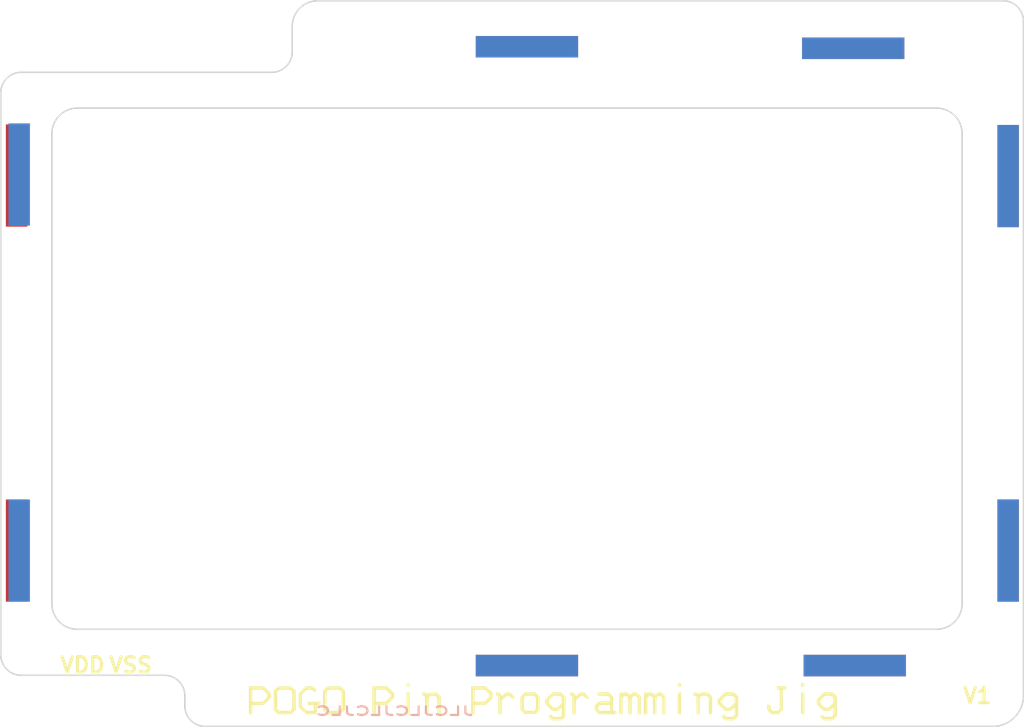
<source format=kicad_pcb>
(kicad_pcb (version 20171130) (host pcbnew 5.0.1)

  (general
    (thickness 1.6)
    (drawings 34)
    (tracks 0)
    (zones 0)
    (modules 3)
    (nets 1)
  )

  (page A4)
  (layers
    (0 F.Cu signal)
    (31 B.Cu signal)
    (32 B.Adhes user)
    (33 F.Adhes user)
    (34 B.Paste user)
    (35 F.Paste user)
    (36 B.SilkS user)
    (37 F.SilkS user)
    (38 B.Mask user)
    (39 F.Mask user hide)
    (40 Dwgs.User user)
    (41 Cmts.User user)
    (42 Eco1.User user)
    (43 Eco2.User user)
    (44 Edge.Cuts user)
    (45 Margin user)
    (46 B.CrtYd user)
    (47 F.CrtYd user)
    (48 B.Fab user)
    (49 F.Fab user)
  )

  (setup
    (last_trace_width 0.25)
    (trace_clearance 0.2)
    (zone_clearance 0.508)
    (zone_45_only no)
    (trace_min 0.2)
    (segment_width 0.15)
    (edge_width 0.15)
    (via_size 0.6)
    (via_drill 0.4)
    (via_min_size 0.4)
    (via_min_drill 0.3)
    (uvia_size 0.3)
    (uvia_drill 0.1)
    (uvias_allowed no)
    (uvia_min_size 0.2)
    (uvia_min_drill 0.1)
    (pcb_text_width 0.3)
    (pcb_text_size 1.5 1.5)
    (mod_edge_width 0.15)
    (mod_text_size 1 1)
    (mod_text_width 0.15)
    (pad_size 1.7 1.7)
    (pad_drill 1)
    (pad_to_mask_clearance 0.2)
    (solder_mask_min_width 0.25)
    (aux_axis_origin 0 0)
    (visible_elements FFFFFF7F)
    (pcbplotparams
      (layerselection 0x010f8_ffffffff)
      (usegerberextensions false)
      (usegerberattributes true)
      (usegerberadvancedattributes false)
      (creategerberjobfile false)
      (excludeedgelayer false)
      (linewidth 0.100000)
      (plotframeref false)
      (viasonmask false)
      (mode 1)
      (useauxorigin true)
      (hpglpennumber 1)
      (hpglpenspeed 20)
      (hpglpendiameter 15.000000)
      (psnegative false)
      (psa4output false)
      (plotreference true)
      (plotvalue true)
      (plotinvisibletext false)
      (padsonsilk false)
      (subtractmaskfromsilk false)
      (outputformat 1)
      (mirror false)
      (drillshape 0)
      (scaleselection 1)
      (outputdirectory "/home/william/Documents/Projects/NFCBusiness/Schematic/ProgrammingJig/gerbers/jigTop/"))
  )

  (net 0 "")

  (net_class Default "This is the default net class."
    (clearance 0.2)
    (trace_width 0.25)
    (via_dia 0.6)
    (via_drill 0.4)
    (uvia_dia 0.3)
    (uvia_drill 0.1)
  )

  (module NFCBuisness:BoardGlue-Mirror (layer F.Cu) (tedit 5C438B20) (tstamp 5C43902A)
    (at 162 122)
    (fp_text reference REF** (at -2.55 10.65) (layer F.Fab)
      (effects (font (size 1 1) (thickness 0.15)))
    )
    (fp_text value BoardGlue (at 39.95 10.65) (layer F.Fab)
      (effects (font (size 1 1) (thickness 0.15)))
    )
    (pad 8 smd rect (at -53.2 -5.2) (size 2.1 10) (layers B.Cu B.Paste B.Mask))
    (pad 7 smd rect (at -3.55 6.05 90) (size 2.1 10) (layers B.Cu B.Paste B.Mask))
    (pad 6 smd rect (at 28.5 6.05 90) (size 2.1 10) (layers B.Cu B.Paste B.Mask))
    (pad 5 smd rect (at 43.5 -5.2) (size 2.1 10) (layers B.Cu B.Paste B.Mask))
    (pad 4 smd rect (at 43.5 -41.85) (size 2.1 10) (layers B.Cu B.Paste B.Mask))
    (pad 3 smd rect (at 28.35 -54.35 90) (size 2.1 10) (layers B.Cu B.Paste B.Mask))
    (pad 2 smd rect (at -3.55 -54.5 90) (size 2.1 10) (layers B.Cu B.Paste B.Mask))
    (pad 1 smd rect (at -53.2 -42 180) (size 2.1 10) (layers B.Cu B.Paste B.Mask))
  )

  (module NFCBuisness:BoardGlue (layer F.Cu) (tedit 5C438F96) (tstamp 5C46A30B)
    (at 162 122)
    (fp_text reference REF** (at -2.55 10.65) (layer F.Fab)
      (effects (font (size 1 1) (thickness 0.15)))
    )
    (fp_text value BoardGlue (at 39.95 10.65) (layer F.Fab)
      (effects (font (size 1 1) (thickness 0.15)))
    )
    (pad 8 smd rect (at -3.55 -54.5 90) (size 2.1 10) (layers F.Cu F.Paste F.Mask))
    (pad 7 smd rect (at 28.5 6.05 90) (size 2.1 10) (layers F.Cu F.Paste F.Mask))
    (pad 6 smd rect (at -3.55 6.05 90) (size 2.1 10) (layers F.Cu F.Paste F.Mask))
    (pad 5 smd rect (at -53.45 -41.9 180) (size 2.1 10) (layers F.Cu F.Paste F.Mask))
    (pad 4 smd rect (at 28.35 -54.35 90) (size 2.1 10) (layers F.Cu F.Paste F.Mask))
    (pad 3 smd rect (at 43.5 -41.85) (size 2.1 10) (layers F.Cu F.Paste F.Mask))
    (pad 2 smd rect (at 43.5 -5.2) (size 2.1 10) (layers F.Cu F.Paste F.Mask))
    (pad 1 smd rect (at -53.45 -5.2) (size 2.1 10) (layers F.Cu F.Paste F.Mask))
  )

  (module NFCBuisness:PogoLabel (layer F.Cu) (tedit 0) (tstamp 5C46A682)
    (at 164.5 133.5)
    (fp_text reference "" (at 0 0) (layer F.SilkS)
      (effects (font (size 1.27 1.27) (thickness 0.15)))
    )
    (fp_text value "" (at 0 0) (layer F.SilkS)
      (effects (font (size 1.27 1.27) (thickness 0.15)))
    )
    (fp_poly (pts (xy 21.021054 -3.72126) (xy 21.069216 -3.692745) (xy 21.081593 -3.615348) (xy 21.082 -3.556)
      (xy 21.077927 -3.447613) (xy 21.049412 -3.399451) (xy 20.972015 -3.387074) (xy 20.912667 -3.386667)
      (xy 20.80428 -3.39074) (xy 20.756118 -3.419255) (xy 20.743741 -3.496652) (xy 20.743334 -3.556)
      (xy 20.747407 -3.664387) (xy 20.775922 -3.712549) (xy 20.853319 -3.724926) (xy 20.912667 -3.725333)
      (xy 21.021054 -3.72126)) (layer F.SilkS) (width 0.01))
    (fp_poly (pts (xy 8.956054 -3.72126) (xy 9.004216 -3.692745) (xy 9.016593 -3.615348) (xy 9.017 -3.556)
      (xy 9.012355 -3.44755) (xy 8.984875 -3.399349) (xy 8.914244 -3.38702) (xy 8.875889 -3.386667)
      (xy 8.771287 -3.394412) (xy 8.708467 -3.413222) (xy 8.706556 -3.414889) (xy 8.687184 -3.472985)
      (xy 8.678383 -3.57584) (xy 8.678334 -3.584222) (xy 8.683908 -3.674598) (xy 8.716884 -3.714765)
      (xy 8.801641 -3.72504) (xy 8.847667 -3.725333) (xy 8.956054 -3.72126)) (layer F.SilkS) (width 0.01))
    (fp_poly (pts (xy -17.579301 -3.720207) (xy -17.537142 -3.688555) (xy -17.526331 -3.605966) (xy -17.526 -3.556)
      (xy -17.530485 -3.447582) (xy -17.558181 -3.3994) (xy -17.630446 -3.387045) (xy -17.674166 -3.386667)
      (xy -17.769032 -3.391793) (xy -17.811191 -3.423446) (xy -17.822002 -3.506034) (xy -17.822333 -3.556)
      (xy -17.817848 -3.664418) (xy -17.790152 -3.7126) (xy -17.717887 -3.724955) (xy -17.674166 -3.725333)
      (xy -17.579301 -3.720207)) (layer F.SilkS) (width 0.01))
    (fp_poly (pts (xy -5.02924 -2.619855) (xy -4.826 -2.403377) (xy -4.826 -1.133584) (xy -4.999275 -0.926625)
      (xy -5.172551 -0.719667) (xy -6.296081 -0.719667) (xy -6.492374 -0.92952) (xy -6.688666 -1.139373)
      (xy -6.688666 -1.762766) (xy -6.35 -1.762766) (xy -6.348942 -1.534706) (xy -6.34424 -1.375139)
      (xy -6.333601 -1.267901) (xy -6.314732 -1.196828) (xy -6.285338 -1.145759) (xy -6.257954 -1.113979)
      (xy -6.207145 -1.067882) (xy -6.146693 -1.038979) (xy -6.056721 -1.023331) (xy -5.91735 -1.017001)
      (xy -5.763266 -1.016) (xy -5.569693 -1.01817) (xy -5.440559 -1.027152) (xy -5.355691 -1.046655)
      (xy -5.29492 -1.080387) (xy -5.262645 -1.108046) (xy -5.222483 -1.150651) (xy -5.1951 -1.200123)
      (xy -5.178062 -1.272436) (xy -5.168935 -1.383562) (xy -5.165283 -1.549475) (xy -5.164666 -1.750901)
      (xy -5.165724 -1.978961) (xy -5.170426 -2.138528) (xy -5.181065 -2.245766) (xy -5.199935 -2.316839)
      (xy -5.229328 -2.367908) (xy -5.256712 -2.399688) (xy -5.307522 -2.445785) (xy -5.367973 -2.474688)
      (xy -5.457946 -2.490336) (xy -5.597316 -2.496666) (xy -5.751401 -2.497667) (xy -5.944974 -2.495497)
      (xy -6.074108 -2.486515) (xy -6.158975 -2.467012) (xy -6.219746 -2.43328) (xy -6.252021 -2.405621)
      (xy -6.292184 -2.363016) (xy -6.319566 -2.313544) (xy -6.336604 -2.241231) (xy -6.345731 -2.130105)
      (xy -6.349383 -1.964192) (xy -6.35 -1.762766) (xy -6.688666 -1.762766) (xy -6.688666 -2.375735)
      (xy -6.253052 -2.836333) (xy -5.232481 -2.836333) (xy -5.02924 -2.619855)) (layer F.SilkS) (width 0.01))
    (fp_poly (pts (xy 21.082 -0.677333) (xy 20.932505 -0.677333) (xy 20.827584 -0.691099) (xy 20.765776 -0.72486)
      (xy 20.762382 -0.731087) (xy 20.757057 -0.787028) (xy 20.753185 -0.915222) (xy 20.750874 -1.103267)
      (xy 20.750232 -1.33876) (xy 20.751366 -1.609299) (xy 20.753128 -1.800004) (xy 20.7645 -2.815167)
      (xy 20.92325 -2.828306) (xy 21.082 -2.841444) (xy 21.082 -0.677333)) (layer F.SilkS) (width 0.01))
    (fp_poly (pts (xy 19.304 -3.259667) (xy 19.299927 -3.15128) (xy 19.271412 -3.103118) (xy 19.194015 -3.090741)
      (xy 19.134667 -3.090333) (xy 18.965334 -3.090333) (xy 18.965334 -1.069919) (xy 18.75548 -0.873626)
      (xy 18.545627 -0.677333) (xy 18.232401 -0.677333) (xy 18.065198 -0.680351) (xy 17.951421 -0.695575)
      (xy 17.859881 -0.732259) (xy 17.759391 -0.799659) (xy 17.720073 -0.82936) (xy 17.572274 -0.959377)
      (xy 17.486507 -1.088967) (xy 17.448031 -1.248293) (xy 17.441334 -1.399756) (xy 17.441334 -1.608667)
      (xy 17.78 -1.608667) (xy 17.78 -1.404379) (xy 17.800545 -1.2271) (xy 17.868577 -1.108894)
      (xy 17.993694 -1.041487) (xy 18.185493 -1.016604) (xy 18.230433 -1.016) (xy 18.385368 -1.021936)
      (xy 18.484613 -1.04511) (xy 18.556647 -1.093575) (xy 18.576954 -1.113979) (xy 18.606897 -1.149202)
      (xy 18.629529 -1.190292) (xy 18.645873 -1.248754) (xy 18.656949 -1.336092) (xy 18.663779 -1.463812)
      (xy 18.667383 -1.643417) (xy 18.668782 -1.886412) (xy 18.669 -2.151145) (xy 18.669 -3.090333)
      (xy 18.520834 -3.090333) (xy 18.425968 -3.09546) (xy 18.383809 -3.127112) (xy 18.372998 -3.209701)
      (xy 18.372667 -3.259667) (xy 18.372667 -3.429) (xy 19.304 -3.429) (xy 19.304 -3.259667)) (layer F.SilkS) (width 0.01))
    (fp_poly (pts (xy 11.451619 -2.832923) (xy 11.56544 -2.81682) (xy 11.656745 -2.779213) (xy 11.756565 -2.711292)
      (xy 11.775674 -2.696814) (xy 11.869667 -2.622376) (xy 11.940671 -2.552988) (xy 11.991729 -2.475844)
      (xy 12.025882 -2.378137) (xy 12.046173 -2.247061) (xy 12.055643 -2.069811) (xy 12.057335 -1.833581)
      (xy 12.05429 -1.525564) (xy 12.05427 -1.524) (xy 12.043834 -0.6985) (xy 11.7475 -0.6985)
      (xy 11.73595 -1.501134) (xy 11.731373 -1.782137) (xy 11.725926 -1.99113) (xy 11.718164 -2.140765)
      (xy 11.706645 -2.243698) (xy 11.689924 -2.31258) (xy 11.666558 -2.360068) (xy 11.635103 -2.398814)
      (xy 11.633321 -2.400717) (xy 11.566249 -2.456499) (xy 11.480857 -2.486073) (xy 11.349728 -2.496907)
      (xy 11.277337 -2.497667) (xy 11.128247 -2.494215) (xy 11.036865 -2.477611) (xy 10.976318 -2.43848)
      (xy 10.924883 -2.374715) (xy 10.893917 -2.32552) (xy 10.871226 -2.268898) (xy 10.855537 -2.191618)
      (xy 10.845578 -2.080447) (xy 10.840074 -1.92215) (xy 10.837754 -1.703497) (xy 10.837334 -1.464548)
      (xy 10.837334 -0.677333) (xy 10.542684 -0.677333) (xy 10.531259 -1.576917) (xy 10.519834 -2.4765)
      (xy 10.358689 -2.489782) (xy 10.254296 -2.503315) (xy 10.211513 -2.537815) (xy 10.207445 -2.619449)
      (xy 10.210522 -2.659115) (xy 10.225567 -2.76106) (xy 10.265667 -2.808099) (xy 10.357703 -2.826033)
      (xy 10.387078 -2.828593) (xy 10.528905 -2.820902) (xy 10.635917 -2.761456) (xy 10.649167 -2.749475)
      (xy 10.747677 -2.65693) (xy 10.861714 -2.746632) (xy 10.942597 -2.796417) (xy 11.043235 -2.824119)
      (xy 11.189608 -2.835254) (xy 11.284252 -2.836334) (xy 11.451619 -2.832923)) (layer F.SilkS) (width 0.01))
    (fp_poly (pts (xy 9.017 -0.677333) (xy 8.867505 -0.677333) (xy 8.762584 -0.691099) (xy 8.700776 -0.72486)
      (xy 8.697382 -0.731087) (xy 8.692057 -0.787028) (xy 8.688185 -0.915222) (xy 8.685874 -1.103267)
      (xy 8.685232 -1.33876) (xy 8.686366 -1.609299) (xy 8.688128 -1.800004) (xy 8.6995 -2.815167)
      (xy 8.85825 -2.828306) (xy 9.017 -2.841444) (xy 9.017 -0.677333)) (layer F.SilkS) (width 0.01))
    (fp_poly (pts (xy 6.104867 -2.823089) (xy 6.263416 -2.754314) (xy 6.317587 -2.713529) (xy 6.457453 -2.590725)
      (xy 6.594894 -2.713529) (xy 6.726978 -2.804294) (xy 6.870242 -2.835613) (xy 6.902815 -2.836333)
      (xy 7.008016 -2.827014) (xy 7.099765 -2.789828) (xy 7.204879 -2.710934) (xy 7.283147 -2.640041)
      (xy 7.493 -2.443748) (xy 7.493 -0.677333) (xy 7.196667 -0.677333) (xy 7.196667 -1.495454)
      (xy 7.196329 -1.778015) (xy 7.194426 -1.988318) (xy 7.189622 -2.138771) (xy 7.180581 -2.241783)
      (xy 7.165968 -2.309763) (xy 7.144446 -2.355118) (xy 7.11468 -2.390257) (xy 7.098688 -2.405621)
      (xy 6.964337 -2.484252) (xy 6.825203 -2.482935) (xy 6.69816 -2.40192) (xy 6.696046 -2.399688)
      (xy 6.664157 -2.361782) (xy 6.640625 -2.317379) (xy 6.624184 -2.25393) (xy 6.613568 -2.158884)
      (xy 6.607511 -2.019692) (xy 6.604749 -1.823806) (xy 6.604015 -1.558675) (xy 6.604 -1.486966)
      (xy 6.604 -0.672223) (xy 6.44525 -0.685361) (xy 6.2865 -0.6985) (xy 6.27495 -1.501134)
      (xy 6.270373 -1.782137) (xy 6.264926 -1.99113) (xy 6.257164 -2.140765) (xy 6.245645 -2.243698)
      (xy 6.228924 -2.31258) (xy 6.205558 -2.360068) (xy 6.174103 -2.398814) (xy 6.172321 -2.400717)
      (xy 6.051005 -2.483394) (xy 5.926014 -2.482111) (xy 5.807046 -2.399688) (xy 5.775113 -2.361721)
      (xy 5.751561 -2.317241) (xy 5.735119 -2.253674) (xy 5.724515 -2.158448) (xy 5.718477 -2.018988)
      (xy 5.715733 -1.82272) (xy 5.715013 -1.55707) (xy 5.715 -1.489522) (xy 5.715 -0.677333)
      (xy 5.565505 -0.677333) (xy 5.460584 -0.691099) (xy 5.398776 -0.72486) (xy 5.395382 -0.731087)
      (xy 5.390057 -0.787028) (xy 5.386185 -0.915222) (xy 5.383874 -1.103267) (xy 5.383232 -1.33876)
      (xy 5.384366 -1.609299) (xy 5.386128 -1.800004) (xy 5.3975 -2.815167) (xy 5.516477 -2.828809)
      (xy 5.621971 -2.824681) (xy 5.68723 -2.799481) (xy 5.7675 -2.781101) (xy 5.801087 -2.795773)
      (xy 5.940381 -2.838561) (xy 6.104867 -2.823089)) (layer F.SilkS) (width 0.01))
    (fp_poly (pts (xy 3.691867 -2.823089) (xy 3.850416 -2.754314) (xy 3.904587 -2.713529) (xy 4.044453 -2.590725)
      (xy 4.181894 -2.713529) (xy 4.313978 -2.804294) (xy 4.457242 -2.835613) (xy 4.489815 -2.836333)
      (xy 4.595016 -2.827014) (xy 4.686765 -2.789828) (xy 4.791879 -2.710934) (xy 4.870147 -2.640041)
      (xy 5.08 -2.443748) (xy 5.08 -0.677333) (xy 4.783667 -0.677333) (xy 4.783667 -1.495454)
      (xy 4.783329 -1.778015) (xy 4.781426 -1.988318) (xy 4.776622 -2.138771) (xy 4.767581 -2.241783)
      (xy 4.752968 -2.309763) (xy 4.731446 -2.355118) (xy 4.70168 -2.390257) (xy 4.685688 -2.405621)
      (xy 4.552142 -2.485231) (xy 4.416934 -2.485339) (xy 4.296227 -2.406718) (xy 4.278739 -2.386124)
      (xy 4.247999 -2.34177) (xy 4.225395 -2.289659) (xy 4.209685 -2.216895) (xy 4.199631 -2.110578)
      (xy 4.193992 -1.957811) (xy 4.191528 -1.745695) (xy 4.191 -1.473402) (xy 4.191 -0.672223)
      (xy 4.03225 -0.685361) (xy 3.8735 -0.6985) (xy 3.86195 -1.501134) (xy 3.857373 -1.782137)
      (xy 3.851926 -1.99113) (xy 3.844164 -2.140765) (xy 3.832645 -2.243698) (xy 3.815924 -2.31258)
      (xy 3.792558 -2.360068) (xy 3.761103 -2.398814) (xy 3.759321 -2.400717) (xy 3.651916 -2.481462)
      (xy 3.542929 -2.484786) (xy 3.415099 -2.411149) (xy 3.413543 -2.409928) (xy 3.302 -2.322188)
      (xy 3.302 -0.677333) (xy 3.152505 -0.677333) (xy 3.047584 -0.691099) (xy 2.985776 -0.72486)
      (xy 2.982382 -0.731087) (xy 2.977057 -0.787028) (xy 2.973185 -0.915222) (xy 2.970874 -1.103267)
      (xy 2.970232 -1.33876) (xy 2.971366 -1.609299) (xy 2.973128 -1.800004) (xy 2.9845 -2.815167)
      (xy 3.103477 -2.828809) (xy 3.208971 -2.824681) (xy 3.27423 -2.799481) (xy 3.3545 -2.781101)
      (xy 3.388087 -2.795773) (xy 3.527381 -2.838561) (xy 3.691867 -2.823089)) (layer F.SilkS) (width 0.01))
    (fp_poly (pts (xy 2.370667 -2.443748) (xy 2.370667 -1.021111) (xy 2.529417 -1.007972) (xy 2.633448 -0.993229)
      (xy 2.677961 -0.955521) (xy 2.688065 -0.869335) (xy 2.688167 -0.846667) (xy 2.688167 -0.6985)
      (xy 1.8415 -0.688076) (xy 1.580424 -0.686408) (xy 1.347264 -0.68785) (xy 1.155644 -0.692078)
      (xy 1.019186 -0.698771) (xy 0.951512 -0.707606) (xy 0.947907 -0.709243) (xy 0.896962 -0.756384)
      (xy 0.81155 -0.847299) (xy 0.725657 -0.944492) (xy 0.625021 -1.070769) (xy 0.571886 -1.171046)
      (xy 0.557043 -1.250894) (xy 0.901719 -1.250894) (xy 0.97888 -1.116303) (xy 0.981046 -1.113979)
      (xy 1.025933 -1.072107) (xy 1.078385 -1.044214) (xy 1.155441 -1.027483) (xy 1.274142 -1.019096)
      (xy 1.451526 -1.016237) (xy 1.573713 -1.016) (xy 2.074334 -1.016) (xy 2.074334 -1.608667)
      (xy 1.579645 -1.608667) (xy 1.364356 -1.60732) (xy 1.216313 -1.601477) (xy 1.118116 -1.588437)
      (xy 1.052363 -1.565496) (xy 1.001653 -1.529951) (xy 0.986979 -1.516621) (xy 0.904502 -1.389958)
      (xy 0.901719 -1.250894) (xy 0.557043 -1.250894) (xy 0.55212 -1.277375) (xy 0.550334 -1.342122)
      (xy 0.556381 -1.453043) (xy 0.58389 -1.539002) (xy 0.646913 -1.627306) (xy 0.755953 -1.741714)
      (xy 0.961572 -1.947334) (xy 1.517953 -1.947333) (xy 2.074334 -1.947333) (xy 2.074334 -2.130454)
      (xy 2.057531 -2.278897) (xy 1.998882 -2.382694) (xy 1.976355 -2.405621) (xy 1.928056 -2.444585)
      (xy 1.870303 -2.470734) (xy 1.786251 -2.486585) (xy 1.659053 -2.494654) (xy 1.471863 -2.497454)
      (xy 1.359966 -2.497667) (xy 0.841556 -2.497667) (xy 0.867834 -2.815167) (xy 1.408041 -2.827018)
      (xy 1.948249 -2.83887) (xy 2.370667 -2.443748)) (layer F.SilkS) (width 0.01))
    (fp_poly (pts (xy -0.531171 -2.829733) (xy -0.448871 -2.801083) (xy -0.360054 -2.737106) (xy -0.241015 -2.62453)
      (xy -0.226391 -2.609942) (xy -0.105798 -2.477058) (xy -0.026184 -2.363963) (xy 0 -2.292442)
      (xy -0.012259 -2.233237) (xy -0.064324 -2.206986) (xy -0.169333 -2.201333) (xy -0.289362 -2.212779)
      (xy -0.336971 -2.249359) (xy -0.338666 -2.261951) (xy -0.374321 -2.332552) (xy -0.462055 -2.408427)
      (xy -0.573024 -2.469955) (xy -0.678383 -2.497516) (xy -0.685193 -2.497667) (xy -0.782622 -2.461706)
      (xy -0.92127 -2.355004) (xy -1.026749 -2.254194) (xy -1.267681 -2.010722) (xy -1.279424 -1.354611)
      (xy -1.291166 -0.6985) (xy -1.449916 -0.685361) (xy -1.608666 -0.672223) (xy -1.608666 -2.45372)
      (xy -1.714868 -2.480375) (xy -1.810461 -2.535708) (xy -1.857695 -2.624401) (xy -1.857267 -2.720859)
      (xy -1.809871 -2.799483) (xy -1.716202 -2.834675) (xy -1.705245 -2.834833) (xy -1.52224 -2.793022)
      (xy -1.375252 -2.677652) (xy -1.312419 -2.5825) (xy -1.241094 -2.444573) (xy -1.146376 -2.577592)
      (xy -0.986653 -2.735933) (xy -0.78522 -2.820646) (xy -0.63066 -2.836333) (xy -0.531171 -2.829733)) (layer F.SilkS) (width 0.01))
    (fp_poly (pts (xy -7.786591 -2.830606) (xy -7.700617 -2.804744) (xy -7.611114 -2.74573) (xy -7.492669 -2.640543)
      (xy -7.469299 -2.618526) (xy -7.323043 -2.464196) (xy -7.248678 -2.346348) (xy -7.239 -2.301026)
      (xy -7.249321 -2.236619) (xy -7.295969 -2.208008) (xy -7.402474 -2.20134) (xy -7.408333 -2.201333)
      (xy -7.528536 -2.212851) (xy -7.57606 -2.249568) (xy -7.577666 -2.261761) (xy -7.613716 -2.338683)
      (xy -7.702543 -2.417194) (xy -7.815162 -2.47689) (xy -7.912784 -2.497667) (xy -8.001305 -2.473449)
      (xy -8.114582 -2.39548) (xy -8.264169 -2.25579) (xy -8.265749 -2.254194) (xy -8.506681 -2.010722)
      (xy -8.518424 -1.354611) (xy -8.530166 -0.6985) (xy -8.688916 -0.685361) (xy -8.847666 -0.672223)
      (xy -8.847666 -2.45372) (xy -8.949211 -2.479206) (xy -9.032072 -2.529109) (xy -9.070999 -2.637649)
      (xy -9.07117 -2.638763) (xy -9.080642 -2.758493) (xy -9.052346 -2.817363) (xy -8.972887 -2.835596)
      (xy -8.940418 -2.836175) (xy -8.800316 -2.806653) (xy -8.663784 -2.731851) (xy -8.561093 -2.63187)
      (xy -8.526408 -2.561265) (xy -8.499211 -2.452903) (xy -8.294253 -2.644618) (xy -8.173713 -2.750786)
      (xy -8.081138 -2.808711) (xy -7.987176 -2.832468) (xy -7.894446 -2.836334) (xy -7.786591 -2.830606)) (layer F.SilkS) (width 0.01))
    (fp_poly (pts (xy -9.75345 -3.106298) (xy -9.398 -2.783595) (xy -9.398 -2.262847) (xy -10.05604 -1.608667)
      (xy -10.483728 -1.608667) (xy -10.681356 -1.606059) (xy -10.860928 -1.599056) (xy -10.996468 -1.588882)
      (xy -11.043708 -1.582208) (xy -11.176 -1.55575) (xy -11.176 -0.677333) (xy -11.514666 -0.677333)
      (xy -11.514666 -3.090333) (xy -11.176 -3.090333) (xy -11.176 -1.905) (xy -10.225778 -1.905)
      (xy -9.960055 -2.168361) (xy -9.836355 -2.30028) (xy -9.744381 -2.416537) (xy -9.697576 -2.499526)
      (xy -9.694333 -2.516383) (xy -9.722819 -2.584892) (xy -9.798397 -2.690995) (xy -9.906246 -2.814533)
      (xy -9.936425 -2.845689) (xy -10.178516 -3.090333) (xy -11.176 -3.090333) (xy -11.514666 -3.090333)
      (xy -11.514666 -3.429) (xy -10.108901 -3.429) (xy -9.75345 -3.106298)) (layer F.SilkS) (width 0.01))
    (fp_poly (pts (xy -15.974477 -2.81015) (xy -15.869106 -2.755062) (xy -15.793978 -2.702102) (xy -15.742286 -2.704052)
      (xy -15.690639 -2.744479) (xy -15.629205 -2.780881) (xy -15.531849 -2.802901) (xy -15.380635 -2.813308)
      (xy -15.232717 -2.815167) (xy -14.853323 -2.815167) (xy -14.476237 -2.416063) (xy -14.487702 -1.557281)
      (xy -14.499166 -0.6985) (xy -14.7955 -0.6985) (xy -14.807013 -1.517968) (xy -14.8114 -1.801147)
      (xy -14.81643 -2.011882) (xy -14.823543 -2.162392) (xy -14.83418 -2.264896) (xy -14.849779 -2.331611)
      (xy -14.871781 -2.374757) (xy -14.901625 -2.406553) (xy -14.912847 -2.416142) (xy -15.037814 -2.477062)
      (xy -15.200852 -2.501479) (xy -15.369697 -2.49015) (xy -15.512085 -2.443832) (xy -15.57032 -2.400717)
      (xy -15.602211 -2.362075) (xy -15.625941 -2.315314) (xy -15.642955 -2.24778) (xy -15.654697 -2.146819)
      (xy -15.66261 -1.999777) (xy -15.668137 -1.794001) (xy -15.672723 -1.516837) (xy -15.67295 -1.501134)
      (xy -15.6845 -0.6985) (xy -15.842401 -0.685412) (xy -16.000301 -0.672324) (xy -16.011734 -1.574412)
      (xy -16.023166 -2.4765) (xy -16.16075 -2.489766) (xy -16.249612 -2.505197) (xy -16.288645 -2.545967)
      (xy -16.298176 -2.638662) (xy -16.298333 -2.669682) (xy -16.293962 -2.776939) (xy -16.264622 -2.824165)
      (xy -16.185977 -2.835995) (xy -16.13369 -2.836333) (xy -15.974477 -2.81015)) (layer F.SilkS) (width 0.01))
    (fp_poly (pts (xy -17.526 -0.677333) (xy -17.822333 -0.677333) (xy -17.822333 -2.836333) (xy -17.526 -2.836333)
      (xy -17.526 -0.677333)) (layer F.SilkS) (width 0.01))
    (fp_poly (pts (xy -19.39159 -3.100917) (xy -19.043913 -2.772833) (xy -19.028833 -2.288281) (xy -19.366507 -1.948474)
      (xy -19.70418 -1.608667) (xy -20.133798 -1.608667) (xy -20.331792 -1.606072) (xy -20.511699 -1.599098)
      (xy -20.647643 -1.588965) (xy -20.695708 -1.582208) (xy -20.828 -1.55575) (xy -20.828 -0.677333)
      (xy -21.166666 -0.677333) (xy -21.166666 -3.090333) (xy -20.828 -3.090333) (xy -20.828 -1.905)
      (xy -19.877778 -1.905) (xy -19.612055 -2.168361) (xy -19.488355 -2.30028) (xy -19.396381 -2.416537)
      (xy -19.349576 -2.499526) (xy -19.346333 -2.516383) (xy -19.374819 -2.584892) (xy -19.450397 -2.690995)
      (xy -19.558246 -2.814533) (xy -19.588425 -2.845689) (xy -19.830516 -3.090333) (xy -20.828 -3.090333)
      (xy -21.166666 -3.090333) (xy -21.166666 -3.429) (xy -19.739267 -3.429) (xy -19.39159 -3.100917)) (layer F.SilkS) (width 0.01))
    (fp_poly (pts (xy -24.560077 -3.422375) (xy -24.396642 -3.41897) (xy -24.292836 -3.412832) (xy -24.271281 -3.409506)
      (xy -24.198098 -3.365715) (xy -24.098552 -3.274108) (xy -24.006698 -3.169592) (xy -23.833666 -2.952274)
      (xy -23.833666 -1.130116) (xy -24.060058 -0.903725) (xy -24.286449 -0.677333) (xy -25.581428 -0.677333)
      (xy -25.787047 -0.882953) (xy -25.992666 -1.088572) (xy -25.992666 -2.380063) (xy -25.654294 -2.380063)
      (xy -25.654 -2.059099) (xy -25.654269 -1.735452) (xy -25.65047 -1.486619) (xy -25.635696 -1.302795)
      (xy -25.603038 -1.174177) (xy -25.54559 -1.090959) (xy -25.456444 -1.043336) (xy -25.328691 -1.021505)
      (xy -25.155424 -1.01566) (xy -24.929735 -1.015997) (xy -24.919099 -1.016) (xy -24.691039 -1.017058)
      (xy -24.531472 -1.02176) (xy -24.424234 -1.032399) (xy -24.353161 -1.051268) (xy -24.302092 -1.080662)
      (xy -24.270312 -1.108046) (xy -24.237022 -1.141999) (xy -24.212279 -1.180585) (xy -24.194816 -1.235951)
      (xy -24.183364 -1.320244) (xy -24.176658 -1.445613) (xy -24.173429 -1.624203) (xy -24.17241 -1.868161)
      (xy -24.172333 -2.047234) (xy -24.172064 -2.370882) (xy -24.175863 -2.619715) (xy -24.190637 -2.803538)
      (xy -24.223295 -2.932157) (xy -24.280743 -3.015375) (xy -24.369889 -3.062997) (xy -24.497642 -3.084829)
      (xy -24.670909 -3.090674) (xy -24.896598 -3.090337) (xy -24.907234 -3.090333) (xy -25.14011 -3.090738)
      (xy -25.318852 -3.085378) (xy -25.4506 -3.064394) (xy -25.542492 -3.017929) (xy -25.601668 -2.936122)
      (xy -25.635267 -2.809115) (xy -25.650429 -2.627048) (xy -25.654294 -2.380063) (xy -25.992666 -2.380063)
      (xy -25.992666 -2.960162) (xy -25.810278 -3.183998) (xy -25.62789 -3.407833) (xy -24.995362 -3.419968)
      (xy -24.765522 -3.422793) (xy -24.560077 -3.422375)) (layer F.SilkS) (width 0.01))
    (fp_poly (pts (xy -27.150632 -3.427507) (xy -27.033692 -3.418236) (xy -26.951648 -3.394004) (xy -26.879613 -3.347625)
      (xy -26.797122 -3.275907) (xy -26.684985 -3.165229) (xy -26.637882 -3.08394) (xy -26.651785 -3.012455)
      (xy -26.722663 -2.93119) (xy -26.725611 -2.928412) (xy -26.823555 -2.836398) (xy -26.945197 -2.963366)
      (xy -27.02413 -3.035764) (xy -27.103642 -3.073942) (xy -27.215233 -3.088506) (xy -27.322276 -3.090333)
      (xy -27.45049 -3.088153) (xy -27.541031 -3.073537) (xy -27.618914 -3.034376) (xy -27.709155 -2.95856)
      (xy -27.822356 -2.848242) (xy -28.067 -2.606151) (xy -28.067 -1.48843) (xy -27.802416 -1.252405)
      (xy -27.537833 -1.016381) (xy -27.20975 -1.01619) (xy -26.881666 -1.016) (xy -26.881666 -1.620825)
      (xy -27.178 -1.593284) (xy -27.474333 -1.565742) (xy -27.474333 -1.905) (xy -26.246666 -1.905)
      (xy -26.246666 -1.756833) (xy -26.251793 -1.661968) (xy -26.283445 -1.619809) (xy -26.366034 -1.608998)
      (xy -26.416 -1.608667) (xy -26.585333 -1.608667) (xy -26.585333 -1.184286) (xy -26.5862 -0.991378)
      (xy -26.591439 -0.866158) (xy -26.60501 -0.791646) (xy -26.630873 -0.750864) (xy -26.672986 -0.726833)
      (xy -26.693922 -0.718619) (xy -26.78292 -0.70156) (xy -26.930681 -0.689452) (xy -27.111662 -0.682617)
      (xy -27.300318 -0.681376) (xy -27.471106 -0.686047) (xy -27.59848 -0.696953) (xy -27.643666 -0.706702)
      (xy -27.698668 -0.744462) (xy -27.797916 -0.828904) (xy -27.926097 -0.946539) (xy -28.03525 -1.051617)
      (xy -28.363333 -1.373847) (xy -28.362137 -2.052174) (xy -28.360941 -2.7305) (xy -27.688123 -3.429)
      (xy -27.32735 -3.429) (xy -27.150632 -3.427507)) (layer F.SilkS) (width 0.01))
    (fp_poly (pts (xy -29.383617 -3.422165) (xy -29.219702 -3.418514) (xy -29.115387 -3.412064) (xy -29.094016 -3.408687)
      (xy -29.018814 -3.364218) (xy -28.918304 -3.272023) (xy -28.829433 -3.170501) (xy -28.659666 -2.955731)
      (xy -28.659666 -1.112948) (xy -28.889966 -0.895141) (xy -29.120265 -0.677333) (xy -30.407428 -0.677333)
      (xy -30.823225 -1.09313) (xy -30.810362 -2.045189) (xy -30.805838 -2.380063) (xy -30.480294 -2.380063)
      (xy -30.48 -2.059099) (xy -30.480269 -1.735452) (xy -30.47647 -1.486619) (xy -30.461696 -1.302795)
      (xy -30.429038 -1.174177) (xy -30.37159 -1.090959) (xy -30.282444 -1.043336) (xy -30.154691 -1.021505)
      (xy -29.981424 -1.01566) (xy -29.755735 -1.015997) (xy -29.745099 -1.016) (xy -29.517039 -1.017058)
      (xy -29.357472 -1.02176) (xy -29.250234 -1.032399) (xy -29.179161 -1.051268) (xy -29.128092 -1.080662)
      (xy -29.096312 -1.108046) (xy -29.063022 -1.141999) (xy -29.038279 -1.180585) (xy -29.020816 -1.235951)
      (xy -29.009364 -1.320244) (xy -29.002658 -1.445613) (xy -28.999429 -1.624203) (xy -28.99841 -1.868161)
      (xy -28.998333 -2.047234) (xy -28.998064 -2.370882) (xy -29.001863 -2.619715) (xy -29.016637 -2.803538)
      (xy -29.049295 -2.932157) (xy -29.106743 -3.015375) (xy -29.195889 -3.062997) (xy -29.323642 -3.084829)
      (xy -29.496909 -3.090674) (xy -29.722598 -3.090337) (xy -29.733234 -3.090333) (xy -29.96611 -3.090738)
      (xy -30.144852 -3.085378) (xy -30.2766 -3.064394) (xy -30.368492 -3.017929) (xy -30.427668 -2.936122)
      (xy -30.461267 -2.809115) (xy -30.476429 -2.627048) (xy -30.480294 -2.380063) (xy -30.805838 -2.380063)
      (xy -30.7975 -2.997249) (xy -30.449482 -3.407833) (xy -29.819157 -3.419968) (xy -29.589358 -3.422742)
      (xy -29.383617 -3.422165)) (layer F.SilkS) (width 0.01))
    (fp_poly (pts (xy -31.442477 -3.097148) (xy -31.294075 -2.949655) (xy -31.195778 -2.843011) (xy -31.136224 -2.759837)
      (xy -31.104054 -2.682756) (xy -31.087906 -2.594389) (xy -31.082918 -2.547129) (xy -31.061955 -2.328963)
      (xy -31.413487 -1.968815) (xy -31.765018 -1.608667) (xy -32.196717 -1.608667) (xy -32.395105 -1.606084)
      (xy -32.575373 -1.599143) (xy -32.711752 -1.589052) (xy -32.760708 -1.582208) (xy -32.893 -1.55575)
      (xy -32.893 -0.677333) (xy -33.231666 -0.677333) (xy -33.231666 -3.090333) (xy -32.893 -3.090333)
      (xy -32.893 -1.905) (xy -31.942778 -1.905) (xy -31.677055 -2.168361) (xy -31.553355 -2.30028)
      (xy -31.461381 -2.416537) (xy -31.414576 -2.499526) (xy -31.411333 -2.516383) (xy -31.439819 -2.584892)
      (xy -31.515397 -2.690995) (xy -31.623246 -2.814533) (xy -31.653425 -2.845689) (xy -31.895516 -3.090333)
      (xy -32.893 -3.090333) (xy -33.231666 -3.090333) (xy -33.231666 -3.429) (xy -31.781074 -3.429)
      (xy -31.442477 -3.097148)) (layer F.SilkS) (width 0.01))
    (fp_poly (pts (xy 24.051381 -2.630714) (xy 24.257 -2.425095) (xy 24.257 -0.495905) (xy 23.845762 -0.084667)
      (xy 22.985108 -0.084667) (xy 22.60352 -0.436403) (xy 22.696806 -0.535702) (xy 22.790091 -0.615561)
      (xy 22.869083 -0.623248) (xy 22.958735 -0.558201) (xy 22.987 -0.529167) (xy 23.047048 -0.474527)
      (xy 23.115331 -0.442677) (xy 23.215786 -0.427632) (xy 23.372351 -0.423407) (xy 23.410334 -0.423333)
      (xy 23.581653 -0.426458) (xy 23.691858 -0.439514) (xy 23.764387 -0.46802) (xy 23.822677 -0.517499)
      (xy 23.826288 -0.521312) (xy 23.87142 -0.579777) (xy 23.899017 -0.651644) (xy 23.913195 -0.758121)
      (xy 23.918066 -0.920415) (xy 23.918334 -0.995793) (xy 23.918334 -1.372295) (xy 23.736814 -1.194148)
      (xy 23.640529 -1.10291) (xy 23.564355 -1.049768) (xy 23.479716 -1.024424) (xy 23.358032 -1.016585)
      (xy 23.242284 -1.016) (xy 22.929273 -1.016) (xy 22.598303 -1.34697) (xy 22.454097 -1.492372)
      (xy 22.35937 -1.595449) (xy 22.303725 -1.673733) (xy 22.276764 -1.744761) (xy 22.268091 -1.826066)
      (xy 22.267643 -1.872938) (xy 22.615533 -1.872938) (xy 22.669799 -1.757889) (xy 22.790263 -1.616409)
      (xy 22.848092 -1.556978) (xy 22.975313 -1.433035) (xy 23.067768 -1.359512) (xy 23.147052 -1.323647)
      (xy 23.234763 -1.312681) (xy 23.262167 -1.312333) (xy 23.355734 -1.318838) (xy 23.435149 -1.346858)
      (xy 23.522008 -1.409154) (xy 23.637907 -1.518486) (xy 23.676242 -1.556978) (xy 23.795792 -1.680201)
      (xy 23.867621 -1.768397) (xy 23.903886 -1.846401) (xy 23.916738 -1.939048) (xy 23.918334 -2.051666)
      (xy 23.905706 -2.242868) (xy 23.859492 -2.371997) (xy 23.767198 -2.450119) (xy 23.616327 -2.488301)
      (xy 23.414765 -2.497667) (xy 23.095289 -2.497667) (xy 22.850644 -2.255575) (xy 22.705884 -2.102174)
      (xy 22.627538 -1.981164) (xy 22.615533 -1.872938) (xy 22.267643 -1.872938) (xy 22.267334 -1.905165)
      (xy 22.267334 -2.132391) (xy 22.619305 -2.484362) (xy 22.971276 -2.836334) (xy 23.845762 -2.836334)
      (xy 24.051381 -2.630714)) (layer F.SilkS) (width 0.01))
    (fp_poly (pts (xy 14.399381 -2.630714) (xy 14.605 -2.425095) (xy 14.605 -0.477253) (xy 14.185294 -0.084667)
      (xy 13.333108 -0.084667) (xy 12.951074 -0.436813) (xy 13.066603 -0.557399) (xy 13.182131 -0.677985)
      (xy 13.313498 -0.550659) (xy 13.387808 -0.48498) (xy 13.45916 -0.446841) (xy 13.553737 -0.428833)
      (xy 13.697726 -0.423548) (xy 13.763553 -0.423333) (xy 13.933566 -0.42659) (xy 14.042778 -0.440136)
      (xy 14.114928 -0.469633) (xy 14.173754 -0.520744) (xy 14.174288 -0.521312) (xy 14.21942 -0.579777)
      (xy 14.247017 -0.651644) (xy 14.261195 -0.758121) (xy 14.266066 -0.920415) (xy 14.266334 -0.995793)
      (xy 14.266334 -1.372295) (xy 14.084814 -1.194148) (xy 13.985568 -1.100552) (xy 13.907157 -1.047376)
      (xy 13.819186 -1.023319) (xy 13.691259 -1.01708) (xy 13.608564 -1.017089) (xy 13.313834 -1.018177)
      (xy 12.615334 -1.677163) (xy 12.615334 -1.872938) (xy 12.963533 -1.872938) (xy 13.017799 -1.757889)
      (xy 13.138263 -1.616409) (xy 13.196092 -1.556978) (xy 13.323313 -1.433035) (xy 13.415768 -1.359512)
      (xy 13.495052 -1.323647) (xy 13.582763 -1.312681) (xy 13.610167 -1.312333) (xy 13.703734 -1.318838)
      (xy 13.783149 -1.346858) (xy 13.870008 -1.409154) (xy 13.985907 -1.518486) (xy 14.024242 -1.556978)
      (xy 14.143792 -1.680201) (xy 14.215621 -1.768397) (xy 14.251886 -1.846401) (xy 14.264738 -1.939048)
      (xy 14.266334 -2.051666) (xy 14.253706 -2.242868) (xy 14.207492 -2.371997) (xy 14.115198 -2.450119)
      (xy 13.964327 -2.488301) (xy 13.762765 -2.497667) (xy 13.443289 -2.497667) (xy 13.198644 -2.255575)
      (xy 13.053884 -2.102174) (xy 12.975538 -1.981164) (xy 12.963533 -1.872938) (xy 12.615334 -1.872938)
      (xy 12.615334 -2.132391) (xy 12.967305 -2.484362) (xy 13.319276 -2.836334) (xy 14.193762 -2.836334)
      (xy 14.399381 -2.630714)) (layer F.SilkS) (width 0.01))
    (fp_poly (pts (xy -2.495853 -2.640041) (xy -2.286 -2.443748) (xy -2.286 -0.477253) (xy -2.705706 -0.084667)
      (xy -3.557892 -0.084667) (xy -3.939926 -0.436813) (xy -3.824397 -0.557399) (xy -3.708869 -0.677985)
      (xy -3.577502 -0.550659) (xy -3.506009 -0.486922) (xy -3.437805 -0.448975) (xy -3.348263 -0.430174)
      (xy -3.212753 -0.423875) (xy -3.105462 -0.423333) (xy -2.909534 -0.427849) (xy -2.775558 -0.450368)
      (xy -2.691809 -0.50435) (xy -2.646563 -0.603255) (xy -2.628092 -0.760542) (xy -2.624666 -0.975231)
      (xy -2.624666 -1.372295) (xy -2.806186 -1.194148) (xy -2.905029 -1.100913) (xy -2.983296 -1.047661)
      (xy -3.071101 -1.023198) (xy -3.198559 -1.016332) (xy -3.28551 -1.016) (xy -3.583315 -1.016)
      (xy -3.929491 -1.370661) (xy -4.080374 -1.528073) (xy -4.180256 -1.641939) (xy -4.239308 -1.727246)
      (xy -4.267703 -1.798985) (xy -4.275611 -1.872142) (xy -4.275616 -1.872938) (xy -3.927467 -1.872938)
      (xy -3.873201 -1.757889) (xy -3.752737 -1.616409) (xy -3.694908 -1.556978) (xy -3.567687 -1.433035)
      (xy -3.475232 -1.359512) (xy -3.395948 -1.323647) (xy -3.308237 -1.312681) (xy -3.280833 -1.312333)
      (xy -3.187266 -1.318838) (xy -3.107851 -1.346858) (xy -3.020992 -1.409154) (xy -2.905093 -1.518486)
      (xy -2.866758 -1.556978) (xy -2.747208 -1.680201) (xy -2.675379 -1.768397) (xy -2.639114 -1.846401)
      (xy -2.626262 -1.939048) (xy -2.624666 -2.051666) (xy -2.637294 -2.242868) (xy -2.683508 -2.371997)
      (xy -2.775802 -2.450119) (xy -2.926673 -2.488301) (xy -3.128235 -2.497667) (xy -3.447711 -2.497667)
      (xy -3.692356 -2.255575) (xy -3.837116 -2.102174) (xy -3.915462 -1.981164) (xy -3.927467 -1.872938)
      (xy -4.275616 -1.872938) (xy -4.275666 -1.880763) (xy -4.263152 -2.012077) (xy -4.218992 -2.133371)
      (xy -4.133259 -2.259912) (xy -3.996028 -2.406968) (xy -3.83839 -2.553319) (xy -3.522171 -2.836333)
      (xy -2.705706 -2.836333) (xy -2.495853 -2.640041)) (layer F.SilkS) (width 0.01))
  )

  (gr_line (start 127 134) (end 204 134) (layer Edge.Cuts) (width 0.15))
  (gr_line (start 107 127) (end 107 126) (layer Edge.Cuts) (width 0.15))
  (gr_line (start 109 129) (end 110.5 129) (layer Edge.Cuts) (width 0.15))
  (gr_arc (start 109 127) (end 107 127) (angle -90) (layer Edge.Cuts) (width 0.15))
  (gr_line (start 123 129) (end 110.5 129) (layer Edge.Cuts) (width 0.15))
  (gr_line (start 107 72) (end 107 126) (layer Edge.Cuts) (width 0.15))
  (gr_line (start 125 132) (end 125 131) (layer Edge.Cuts) (width 0.15))
  (gr_arc (start 123 131) (end 125 131) (angle -90) (layer Edge.Cuts) (width 0.15))
  (gr_arc (start 127 132) (end 125 132) (angle -90) (layer Edge.Cuts) (width 0.15))
  (gr_line (start 207 65) (end 207 67) (layer Edge.Cuts) (width 0.15))
  (gr_line (start 205 63) (end 203.5 63) (layer Edge.Cuts) (width 0.15))
  (gr_arc (start 205 65) (end 207 65) (angle -90) (layer Edge.Cuts) (width 0.15))
  (gr_line (start 203 63) (end 203.5 63) (layer Edge.Cuts) (width 0.15))
  (gr_line (start 138 63) (end 203 63) (layer Edge.Cuts) (width 0.15))
  (gr_line (start 135.5 68) (end 135.5 65.5) (layer Edge.Cuts) (width 0.15))
  (gr_arc (start 138 65.5) (end 138 63) (angle -90) (layer Edge.Cuts) (width 0.15))
  (gr_arc (start 109 72) (end 109 70) (angle -90) (layer Edge.Cuts) (width 0.15))
  (gr_line (start 109 70) (end 110.5 70) (layer Edge.Cuts) (width 0.15))
  (gr_line (start 133.5 70) (end 110.5 70) (layer Edge.Cuts) (width 0.15))
  (gr_arc (start 133.5 68) (end 133.5 70) (angle -90) (layer Edge.Cuts) (width 0.15))
  (gr_arc (start 114.5 76) (end 114.5 73.5) (angle -90) (layer Edge.Cuts) (width 0.15))
  (gr_line (start 114.5 73.5) (end 198.5 73.5) (layer Edge.Cuts) (width 0.15))
  (gr_line (start 207 67) (end 207 131) (layer Edge.Cuts) (width 0.15))
  (gr_arc (start 204 131) (end 204 134) (angle -90) (layer Edge.Cuts) (width 0.15))
  (gr_text VSS (at 119.7 128) (layer F.SilkS)
    (effects (font (size 1.5 1.5) (thickness 0.3)))
  )
  (gr_text VDD (at 115 128) (layer F.SilkS)
    (effects (font (size 1.5 1.5) (thickness 0.3)))
  )
  (gr_text JLCJLCJLCJLC (at 145.5 132.5) (layer B.SilkS)
    (effects (font (size 0.85 1.5) (thickness 0.2125)) (justify mirror))
  )
  (gr_text "V1\n" (at 202.5 131) (layer F.SilkS)
    (effects (font (size 1.5 1.5) (thickness 0.3)))
  )
  (gr_line (start 112 122) (end 112 76) (layer Edge.Cuts) (width 0.15))
  (gr_line (start 198.5 124.5) (end 114.5 124.5) (layer Edge.Cuts) (width 0.15))
  (gr_line (start 201 76) (end 201 122) (layer Edge.Cuts) (width 0.15))
  (gr_arc (start 198.5 122) (end 198.5 124.5) (angle -90) (layer Edge.Cuts) (width 0.15))
  (gr_arc (start 114.5 122) (end 112 122) (angle -90) (layer Edge.Cuts) (width 0.15))
  (gr_arc (start 198.5 76) (end 201 76) (angle -90) (layer Edge.Cuts) (width 0.15))

)

</source>
